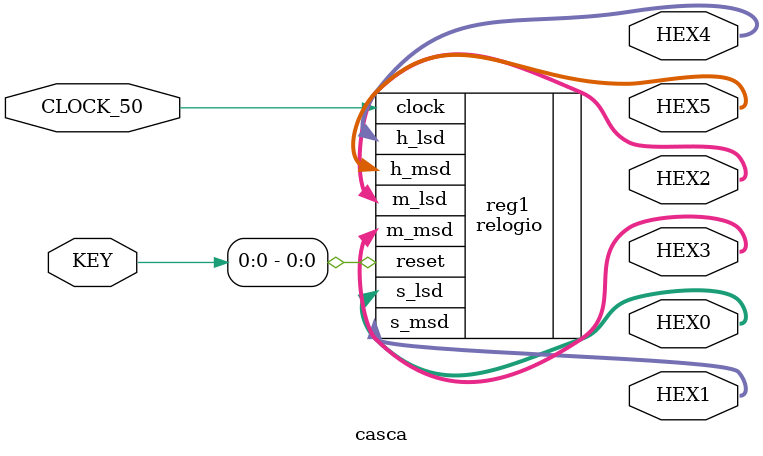
<source format=sv>
module casca(
input CLOCK_50,
input [3:0] KEY,
output logic [0:6] HEX0,
output logic [0:6] HEX1,
output logic [0:6] HEX2,
output logic [0:6] HEX3,
output logic [0:6] HEX4,
output logic [0:6] HEX5
);

relogio reg1(
.clock(CLOCK_50),
.reset(KEY[0]),
.s_lsd(HEX0),
.s_msd(HEX1),
.m_lsd(HEX2),
.m_msd(HEX3),
.h_lsd(HEX4),
.h_msd(HEX5)
);

endmodule


</source>
